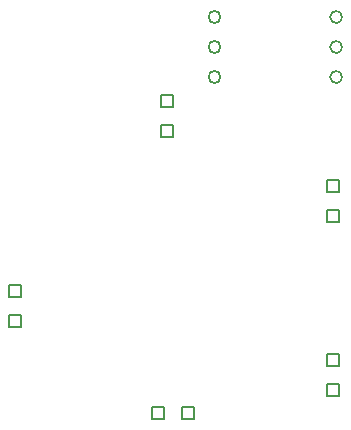
<source format=gbr>
G04*
G04 #@! TF.GenerationSoftware,Altium Limited,Altium Designer,23.1.1 (15)*
G04*
G04 Layer_Color=2752767*
%FSLAX44Y44*%
%MOMM*%
G71*
G04*
G04 #@! TF.SameCoordinates,3CDF7206-D262-4709-9A5B-6562F1D84354*
G04*
G04*
G04 #@! TF.FilePolarity,Positive*
G04*
G01*
G75*
%ADD23C,0.1270*%
%ADD24C,0.1693*%
D23*
X533400Y905510D02*
Y915670D01*
X543560D01*
Y905510D01*
X533400D01*
Y930910D02*
Y941070D01*
X543560D01*
Y930910D01*
X533400D01*
Y1078230D02*
Y1088390D01*
X543560D01*
Y1078230D01*
X533400D01*
Y1052830D02*
Y1062990D01*
X543560D01*
Y1052830D01*
X533400D01*
X264160Y963930D02*
Y974090D01*
X274320D01*
Y963930D01*
X264160D01*
Y989330D02*
Y999490D01*
X274320D01*
Y989330D01*
X264160D01*
X384810Y886460D02*
Y896620D01*
X394970D01*
Y886460D01*
X384810D01*
X410210D02*
Y896620D01*
X420370D01*
Y886460D01*
X410210D01*
X392430Y1125220D02*
Y1135380D01*
X402590D01*
Y1125220D01*
X392430D01*
Y1150620D02*
Y1160780D01*
X402590D01*
Y1150620D01*
X392430D01*
D24*
X546100Y1226820D02*
G03*
X546100Y1226820I-5080J0D01*
G01*
Y1176020D02*
G03*
X546100Y1176020I-5080J0D01*
G01*
Y1201420D02*
G03*
X546100Y1201420I-5080J0D01*
G01*
X443100Y1176020D02*
G03*
X443100Y1176020I-5080J0D01*
G01*
Y1201420D02*
G03*
X443100Y1201420I-5080J0D01*
G01*
Y1226820D02*
G03*
X443100Y1226820I-5080J0D01*
G01*
M02*

</source>
